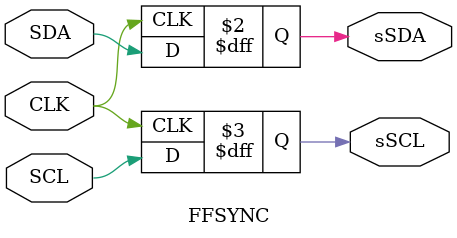
<source format=v>
`timescale 1ns / 1ps
module FFSYNC(
	input SDA,
	input SCL,
	input CLK,
	output reg sSDA,
	output reg sSCL
    );
	 
always@(negedge CLK) begin
	sSDA<=SDA;
	sSCL<=SCL;
end

endmodule

</source>
